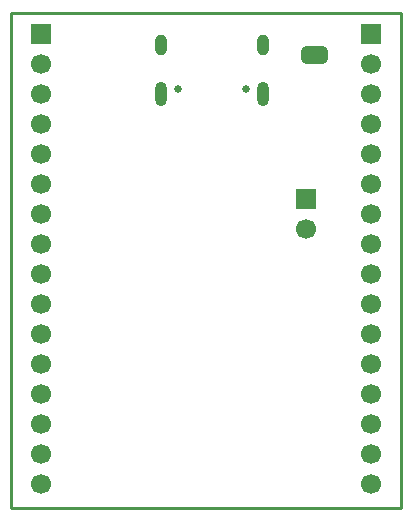
<source format=gbr>
%TF.GenerationSoftware,KiCad,Pcbnew,9.0.0*%
%TF.CreationDate,2025-10-09T14:40:46+01:00*%
%TF.ProjectId,OE PyBoard,4f452050-7942-46f6-9172-642e6b696361,rev?*%
%TF.SameCoordinates,Original*%
%TF.FileFunction,Soldermask,Bot*%
%TF.FilePolarity,Negative*%
%FSLAX46Y46*%
G04 Gerber Fmt 4.6, Leading zero omitted, Abs format (unit mm)*
G04 Created by KiCad (PCBNEW 9.0.0) date 2025-10-09 14:40:46*
%MOMM*%
%LPD*%
G01*
G04 APERTURE LIST*
G04 Aperture macros list*
%AMFreePoly0*
4,1,23,0.500000,-0.750000,0.000000,-0.750000,0.000000,-0.745722,-0.065263,-0.745722,-0.191342,-0.711940,-0.304381,-0.646677,-0.396677,-0.554381,-0.461940,-0.441342,-0.495722,-0.315263,-0.495722,-0.250000,-0.500000,-0.250000,-0.500000,0.250000,-0.495722,0.250000,-0.495722,0.315263,-0.461940,0.441342,-0.396677,0.554381,-0.304381,0.646677,-0.191342,0.711940,-0.065263,0.745722,0.000000,0.745722,
0.000000,0.750000,0.500000,0.750000,0.500000,-0.750000,0.500000,-0.750000,$1*%
%AMFreePoly1*
4,1,23,0.000000,0.745722,0.065263,0.745722,0.191342,0.711940,0.304381,0.646677,0.396677,0.554381,0.461940,0.441342,0.495722,0.315263,0.495722,0.250000,0.500000,0.250000,0.500000,-0.250000,0.495722,-0.250000,0.495722,-0.315263,0.461940,-0.441342,0.396677,-0.554381,0.304381,-0.646677,0.191342,-0.711940,0.065263,-0.745722,0.000000,-0.745722,0.000000,-0.750000,-0.500000,-0.750000,
-0.500000,0.750000,0.000000,0.750000,0.000000,0.745722,0.000000,0.745722,$1*%
G04 Aperture macros list end*
%ADD10C,0.100000*%
%ADD11C,0.650000*%
%ADD12O,1.000000X2.100000*%
%ADD13O,1.000000X1.800000*%
%ADD14R,1.700000X1.700000*%
%ADD15C,1.700000*%
%ADD16FreePoly0,0.000000*%
%ADD17FreePoly1,0.000000*%
%TA.AperFunction,Profile*%
%ADD18C,0.230000*%
%TD*%
G04 APERTURE END LIST*
%TO.C,JP2*%
D10*
X150980000Y-98489200D02*
X151280000Y-98489200D01*
X151280000Y-96989200D01*
X150980000Y-96989200D01*
X150980000Y-98489200D01*
G36*
X150980000Y-98489200D02*
G01*
X151280000Y-98489200D01*
X151280000Y-96989200D01*
X150980000Y-96989200D01*
X150980000Y-98489200D01*
G37*
%TD*%
D11*
%TO.C,J3*%
X145384000Y-100611000D03*
X139604000Y-100611000D03*
D12*
X146814000Y-101111000D03*
D13*
X146814000Y-96931000D03*
D12*
X138174000Y-101111000D03*
D13*
X138174000Y-96931000D03*
%TD*%
D14*
%TO.C,J6*%
X128016000Y-96012000D03*
D15*
X128016000Y-98552000D03*
X128016000Y-101092000D03*
X128016000Y-103632000D03*
X128016000Y-106172000D03*
X128016000Y-108712000D03*
X128016000Y-111252000D03*
X128016000Y-113792000D03*
X128016000Y-116332000D03*
X128016000Y-118872000D03*
X128016000Y-121412000D03*
X128016000Y-123952000D03*
X128016000Y-126492000D03*
X128016000Y-129032000D03*
X128016000Y-131572000D03*
X128016000Y-134112000D03*
%TD*%
D14*
%TO.C,JP1*%
X150469600Y-110002400D03*
D15*
X150469600Y-112542400D03*
%TD*%
D14*
%TO.C,J7*%
X155956000Y-96012000D03*
D15*
X155956000Y-98552000D03*
X155956000Y-101092000D03*
X155956000Y-103632000D03*
X155956000Y-106172000D03*
X155956000Y-108712000D03*
X155956000Y-111252000D03*
X155956000Y-113792000D03*
X155956000Y-116332000D03*
X155956000Y-118872000D03*
X155956000Y-121412000D03*
X155956000Y-123952000D03*
X155956000Y-126492000D03*
X155956000Y-129032000D03*
X155956000Y-131572000D03*
X155956000Y-134112000D03*
%TD*%
D16*
%TO.C,JP2*%
X150480000Y-97739200D03*
D17*
X151780000Y-97739200D03*
%TD*%
D18*
X125476000Y-94232000D02*
X158496000Y-94232000D01*
X158496000Y-136142000D01*
X125476000Y-136142000D01*
X125476000Y-94232000D01*
M02*

</source>
